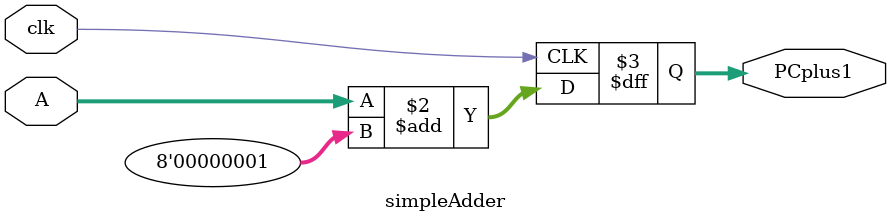
<source format=sv>
module simpleAdder(input logic [7:0] A,
                   input clk,
                   output logic [7:0] PCplus1);
						 
always_ff @ (posedge clk)
begin
PCplus1 <= A + 8'b01;
end

endmodule
</source>
